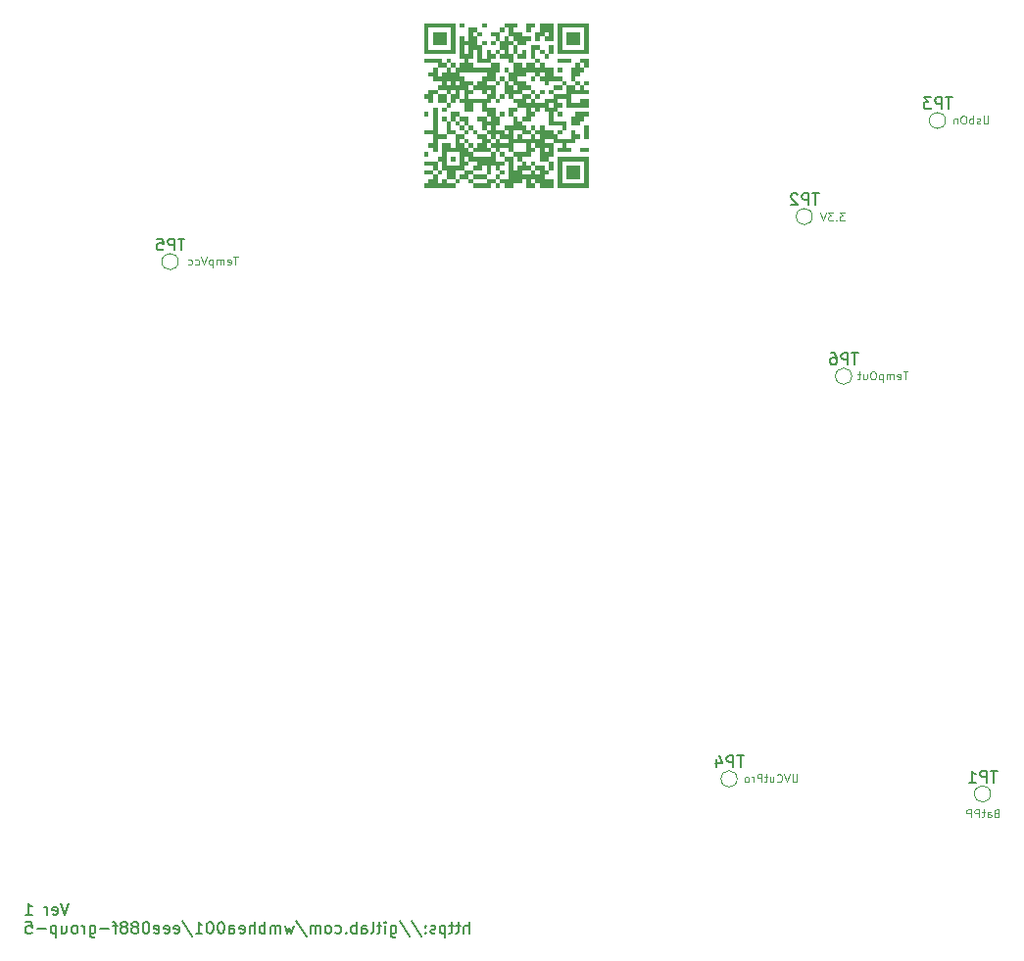
<source format=gbr>
%TF.GenerationSoftware,KiCad,Pcbnew,(6.0.2)*%
%TF.CreationDate,2022-04-04T09:51:23+02:00*%
%TF.ProjectId,main,6d61696e-2e6b-4696-9361-645f70636258,rev?*%
%TF.SameCoordinates,Original*%
%TF.FileFunction,Legend,Bot*%
%TF.FilePolarity,Positive*%
%FSLAX46Y46*%
G04 Gerber Fmt 4.6, Leading zero omitted, Abs format (unit mm)*
G04 Created by KiCad (PCBNEW (6.0.2)) date 2022-04-04 09:51:23*
%MOMM*%
%LPD*%
G01*
G04 APERTURE LIST*
%ADD10C,0.100000*%
%ADD11C,0.150000*%
%ADD12C,0.120000*%
G04 APERTURE END LIST*
D10*
X170584666Y-150064000D02*
X170484666Y-150097333D01*
X170451333Y-150130666D01*
X170418000Y-150197333D01*
X170418000Y-150297333D01*
X170451333Y-150364000D01*
X170484666Y-150397333D01*
X170551333Y-150430666D01*
X170818000Y-150430666D01*
X170818000Y-149730666D01*
X170584666Y-149730666D01*
X170518000Y-149764000D01*
X170484666Y-149797333D01*
X170451333Y-149864000D01*
X170451333Y-149930666D01*
X170484666Y-149997333D01*
X170518000Y-150030666D01*
X170584666Y-150064000D01*
X170818000Y-150064000D01*
X169818000Y-150430666D02*
X169818000Y-150064000D01*
X169851333Y-149997333D01*
X169918000Y-149964000D01*
X170051333Y-149964000D01*
X170118000Y-149997333D01*
X169818000Y-150397333D02*
X169884666Y-150430666D01*
X170051333Y-150430666D01*
X170118000Y-150397333D01*
X170151333Y-150330666D01*
X170151333Y-150264000D01*
X170118000Y-150197333D01*
X170051333Y-150164000D01*
X169884666Y-150164000D01*
X169818000Y-150130666D01*
X169584666Y-149964000D02*
X169318000Y-149964000D01*
X169484666Y-149730666D02*
X169484666Y-150330666D01*
X169451333Y-150397333D01*
X169384666Y-150430666D01*
X169318000Y-150430666D01*
X169084666Y-150430666D02*
X169084666Y-149730666D01*
X168818000Y-149730666D01*
X168751333Y-149764000D01*
X168718000Y-149797333D01*
X168684666Y-149864000D01*
X168684666Y-149964000D01*
X168718000Y-150030666D01*
X168751333Y-150064000D01*
X168818000Y-150097333D01*
X169084666Y-150097333D01*
X168384666Y-150430666D02*
X168384666Y-149730666D01*
X168118000Y-149730666D01*
X168051333Y-149764000D01*
X168018000Y-149797333D01*
X167984666Y-149864000D01*
X167984666Y-149964000D01*
X168018000Y-150030666D01*
X168051333Y-150064000D01*
X168118000Y-150097333D01*
X168384666Y-150097333D01*
X105053333Y-101978666D02*
X104653333Y-101978666D01*
X104853333Y-102678666D02*
X104853333Y-101978666D01*
X104153333Y-102645333D02*
X104220000Y-102678666D01*
X104353333Y-102678666D01*
X104420000Y-102645333D01*
X104453333Y-102578666D01*
X104453333Y-102312000D01*
X104420000Y-102245333D01*
X104353333Y-102212000D01*
X104220000Y-102212000D01*
X104153333Y-102245333D01*
X104120000Y-102312000D01*
X104120000Y-102378666D01*
X104453333Y-102445333D01*
X103820000Y-102678666D02*
X103820000Y-102212000D01*
X103820000Y-102278666D02*
X103786666Y-102245333D01*
X103720000Y-102212000D01*
X103620000Y-102212000D01*
X103553333Y-102245333D01*
X103520000Y-102312000D01*
X103520000Y-102678666D01*
X103520000Y-102312000D02*
X103486666Y-102245333D01*
X103420000Y-102212000D01*
X103320000Y-102212000D01*
X103253333Y-102245333D01*
X103220000Y-102312000D01*
X103220000Y-102678666D01*
X102886666Y-102212000D02*
X102886666Y-102912000D01*
X102886666Y-102245333D02*
X102820000Y-102212000D01*
X102686666Y-102212000D01*
X102620000Y-102245333D01*
X102586666Y-102278666D01*
X102553333Y-102345333D01*
X102553333Y-102545333D01*
X102586666Y-102612000D01*
X102620000Y-102645333D01*
X102686666Y-102678666D01*
X102820000Y-102678666D01*
X102886666Y-102645333D01*
X102353333Y-101978666D02*
X102120000Y-102678666D01*
X101886666Y-101978666D01*
X101353333Y-102645333D02*
X101420000Y-102678666D01*
X101553333Y-102678666D01*
X101620000Y-102645333D01*
X101653333Y-102612000D01*
X101686666Y-102545333D01*
X101686666Y-102345333D01*
X101653333Y-102278666D01*
X101620000Y-102245333D01*
X101553333Y-102212000D01*
X101420000Y-102212000D01*
X101353333Y-102245333D01*
X100753333Y-102645333D02*
X100820000Y-102678666D01*
X100953333Y-102678666D01*
X101020000Y-102645333D01*
X101053333Y-102612000D01*
X101086666Y-102545333D01*
X101086666Y-102345333D01*
X101053333Y-102278666D01*
X101020000Y-102245333D01*
X100953333Y-102212000D01*
X100820000Y-102212000D01*
X100753333Y-102245333D01*
X162948666Y-111884666D02*
X162548666Y-111884666D01*
X162748666Y-112584666D02*
X162748666Y-111884666D01*
X162048666Y-112551333D02*
X162115333Y-112584666D01*
X162248666Y-112584666D01*
X162315333Y-112551333D01*
X162348666Y-112484666D01*
X162348666Y-112218000D01*
X162315333Y-112151333D01*
X162248666Y-112118000D01*
X162115333Y-112118000D01*
X162048666Y-112151333D01*
X162015333Y-112218000D01*
X162015333Y-112284666D01*
X162348666Y-112351333D01*
X161715333Y-112584666D02*
X161715333Y-112118000D01*
X161715333Y-112184666D02*
X161682000Y-112151333D01*
X161615333Y-112118000D01*
X161515333Y-112118000D01*
X161448666Y-112151333D01*
X161415333Y-112218000D01*
X161415333Y-112584666D01*
X161415333Y-112218000D02*
X161382000Y-112151333D01*
X161315333Y-112118000D01*
X161215333Y-112118000D01*
X161148666Y-112151333D01*
X161115333Y-112218000D01*
X161115333Y-112584666D01*
X160782000Y-112118000D02*
X160782000Y-112818000D01*
X160782000Y-112151333D02*
X160715333Y-112118000D01*
X160582000Y-112118000D01*
X160515333Y-112151333D01*
X160482000Y-112184666D01*
X160448666Y-112251333D01*
X160448666Y-112451333D01*
X160482000Y-112518000D01*
X160515333Y-112551333D01*
X160582000Y-112584666D01*
X160715333Y-112584666D01*
X160782000Y-112551333D01*
X160015333Y-111884666D02*
X159882000Y-111884666D01*
X159815333Y-111918000D01*
X159748666Y-111984666D01*
X159715333Y-112118000D01*
X159715333Y-112351333D01*
X159748666Y-112484666D01*
X159815333Y-112551333D01*
X159882000Y-112584666D01*
X160015333Y-112584666D01*
X160082000Y-112551333D01*
X160148666Y-112484666D01*
X160182000Y-112351333D01*
X160182000Y-112118000D01*
X160148666Y-111984666D01*
X160082000Y-111918000D01*
X160015333Y-111884666D01*
X159115333Y-112118000D02*
X159115333Y-112584666D01*
X159415333Y-112118000D02*
X159415333Y-112484666D01*
X159382000Y-112551333D01*
X159315333Y-112584666D01*
X159215333Y-112584666D01*
X159148666Y-112551333D01*
X159115333Y-112518000D01*
X158882000Y-112118000D02*
X158615333Y-112118000D01*
X158782000Y-111884666D02*
X158782000Y-112484666D01*
X158748666Y-112551333D01*
X158682000Y-112584666D01*
X158615333Y-112584666D01*
X157497333Y-98168666D02*
X157064000Y-98168666D01*
X157297333Y-98435333D01*
X157197333Y-98435333D01*
X157130666Y-98468666D01*
X157097333Y-98502000D01*
X157064000Y-98568666D01*
X157064000Y-98735333D01*
X157097333Y-98802000D01*
X157130666Y-98835333D01*
X157197333Y-98868666D01*
X157397333Y-98868666D01*
X157464000Y-98835333D01*
X157497333Y-98802000D01*
X156764000Y-98802000D02*
X156730666Y-98835333D01*
X156764000Y-98868666D01*
X156797333Y-98835333D01*
X156764000Y-98802000D01*
X156764000Y-98868666D01*
X156497333Y-98168666D02*
X156064000Y-98168666D01*
X156297333Y-98435333D01*
X156197333Y-98435333D01*
X156130666Y-98468666D01*
X156097333Y-98502000D01*
X156064000Y-98568666D01*
X156064000Y-98735333D01*
X156097333Y-98802000D01*
X156130666Y-98835333D01*
X156197333Y-98868666D01*
X156397333Y-98868666D01*
X156464000Y-98835333D01*
X156497333Y-98802000D01*
X155864000Y-98168666D02*
X155630666Y-98868666D01*
X155397333Y-98168666D01*
X153380000Y-146682666D02*
X153380000Y-147249333D01*
X153346666Y-147316000D01*
X153313333Y-147349333D01*
X153246666Y-147382666D01*
X153113333Y-147382666D01*
X153046666Y-147349333D01*
X153013333Y-147316000D01*
X152980000Y-147249333D01*
X152980000Y-146682666D01*
X152746666Y-146682666D02*
X152513333Y-147382666D01*
X152280000Y-146682666D01*
X151646666Y-147316000D02*
X151680000Y-147349333D01*
X151780000Y-147382666D01*
X151846666Y-147382666D01*
X151946666Y-147349333D01*
X152013333Y-147282666D01*
X152046666Y-147216000D01*
X152080000Y-147082666D01*
X152080000Y-146982666D01*
X152046666Y-146849333D01*
X152013333Y-146782666D01*
X151946666Y-146716000D01*
X151846666Y-146682666D01*
X151780000Y-146682666D01*
X151680000Y-146716000D01*
X151646666Y-146749333D01*
X151046666Y-146916000D02*
X151046666Y-147382666D01*
X151346666Y-146916000D02*
X151346666Y-147282666D01*
X151313333Y-147349333D01*
X151246666Y-147382666D01*
X151146666Y-147382666D01*
X151080000Y-147349333D01*
X151046666Y-147316000D01*
X150813333Y-146916000D02*
X150546666Y-146916000D01*
X150713333Y-146682666D02*
X150713333Y-147282666D01*
X150680000Y-147349333D01*
X150613333Y-147382666D01*
X150546666Y-147382666D01*
X150313333Y-147382666D02*
X150313333Y-146682666D01*
X150046666Y-146682666D01*
X149980000Y-146716000D01*
X149946666Y-146749333D01*
X149913333Y-146816000D01*
X149913333Y-146916000D01*
X149946666Y-146982666D01*
X149980000Y-147016000D01*
X150046666Y-147049333D01*
X150313333Y-147049333D01*
X149613333Y-147382666D02*
X149613333Y-146916000D01*
X149613333Y-147049333D02*
X149580000Y-146982666D01*
X149546666Y-146949333D01*
X149480000Y-146916000D01*
X149413333Y-146916000D01*
X149080000Y-147382666D02*
X149146666Y-147349333D01*
X149180000Y-147316000D01*
X149213333Y-147249333D01*
X149213333Y-147049333D01*
X149180000Y-146982666D01*
X149146666Y-146949333D01*
X149080000Y-146916000D01*
X148980000Y-146916000D01*
X148913333Y-146949333D01*
X148880000Y-146982666D01*
X148846666Y-147049333D01*
X148846666Y-147249333D01*
X148880000Y-147316000D01*
X148913333Y-147349333D01*
X148980000Y-147382666D01*
X149080000Y-147382666D01*
D11*
X90449880Y-157847380D02*
X90116547Y-158847380D01*
X89783214Y-157847380D01*
X89068928Y-158799761D02*
X89164166Y-158847380D01*
X89354642Y-158847380D01*
X89449880Y-158799761D01*
X89497500Y-158704523D01*
X89497500Y-158323571D01*
X89449880Y-158228333D01*
X89354642Y-158180714D01*
X89164166Y-158180714D01*
X89068928Y-158228333D01*
X89021309Y-158323571D01*
X89021309Y-158418809D01*
X89497500Y-158514047D01*
X88592738Y-158847380D02*
X88592738Y-158180714D01*
X88592738Y-158371190D02*
X88545119Y-158275952D01*
X88497500Y-158228333D01*
X88402261Y-158180714D01*
X88307023Y-158180714D01*
X86687976Y-158847380D02*
X87259404Y-158847380D01*
X86973690Y-158847380D02*
X86973690Y-157847380D01*
X87068928Y-157990238D01*
X87164166Y-158085476D01*
X87259404Y-158133095D01*
X125021309Y-160457380D02*
X125021309Y-159457380D01*
X124592738Y-160457380D02*
X124592738Y-159933571D01*
X124640357Y-159838333D01*
X124735595Y-159790714D01*
X124878452Y-159790714D01*
X124973690Y-159838333D01*
X125021309Y-159885952D01*
X124259404Y-159790714D02*
X123878452Y-159790714D01*
X124116547Y-159457380D02*
X124116547Y-160314523D01*
X124068928Y-160409761D01*
X123973690Y-160457380D01*
X123878452Y-160457380D01*
X123687976Y-159790714D02*
X123307023Y-159790714D01*
X123545119Y-159457380D02*
X123545119Y-160314523D01*
X123497500Y-160409761D01*
X123402261Y-160457380D01*
X123307023Y-160457380D01*
X122973690Y-159790714D02*
X122973690Y-160790714D01*
X122973690Y-159838333D02*
X122878452Y-159790714D01*
X122687976Y-159790714D01*
X122592738Y-159838333D01*
X122545119Y-159885952D01*
X122497500Y-159981190D01*
X122497500Y-160266904D01*
X122545119Y-160362142D01*
X122592738Y-160409761D01*
X122687976Y-160457380D01*
X122878452Y-160457380D01*
X122973690Y-160409761D01*
X122116547Y-160409761D02*
X122021309Y-160457380D01*
X121830833Y-160457380D01*
X121735595Y-160409761D01*
X121687976Y-160314523D01*
X121687976Y-160266904D01*
X121735595Y-160171666D01*
X121830833Y-160124047D01*
X121973690Y-160124047D01*
X122068928Y-160076428D01*
X122116547Y-159981190D01*
X122116547Y-159933571D01*
X122068928Y-159838333D01*
X121973690Y-159790714D01*
X121830833Y-159790714D01*
X121735595Y-159838333D01*
X121259404Y-160362142D02*
X121211785Y-160409761D01*
X121259404Y-160457380D01*
X121307023Y-160409761D01*
X121259404Y-160362142D01*
X121259404Y-160457380D01*
X121259404Y-159838333D02*
X121211785Y-159885952D01*
X121259404Y-159933571D01*
X121307023Y-159885952D01*
X121259404Y-159838333D01*
X121259404Y-159933571D01*
X120068928Y-159409761D02*
X120926071Y-160695476D01*
X119021309Y-159409761D02*
X119878452Y-160695476D01*
X118259404Y-159790714D02*
X118259404Y-160600238D01*
X118307023Y-160695476D01*
X118354642Y-160743095D01*
X118449880Y-160790714D01*
X118592738Y-160790714D01*
X118687976Y-160743095D01*
X118259404Y-160409761D02*
X118354642Y-160457380D01*
X118545119Y-160457380D01*
X118640357Y-160409761D01*
X118687976Y-160362142D01*
X118735595Y-160266904D01*
X118735595Y-159981190D01*
X118687976Y-159885952D01*
X118640357Y-159838333D01*
X118545119Y-159790714D01*
X118354642Y-159790714D01*
X118259404Y-159838333D01*
X117783214Y-160457380D02*
X117783214Y-159790714D01*
X117783214Y-159457380D02*
X117830833Y-159505000D01*
X117783214Y-159552619D01*
X117735595Y-159505000D01*
X117783214Y-159457380D01*
X117783214Y-159552619D01*
X117449880Y-159790714D02*
X117068928Y-159790714D01*
X117307023Y-159457380D02*
X117307023Y-160314523D01*
X117259404Y-160409761D01*
X117164166Y-160457380D01*
X117068928Y-160457380D01*
X116592738Y-160457380D02*
X116687976Y-160409761D01*
X116735595Y-160314523D01*
X116735595Y-159457380D01*
X115783214Y-160457380D02*
X115783214Y-159933571D01*
X115830833Y-159838333D01*
X115926071Y-159790714D01*
X116116547Y-159790714D01*
X116211785Y-159838333D01*
X115783214Y-160409761D02*
X115878452Y-160457380D01*
X116116547Y-160457380D01*
X116211785Y-160409761D01*
X116259404Y-160314523D01*
X116259404Y-160219285D01*
X116211785Y-160124047D01*
X116116547Y-160076428D01*
X115878452Y-160076428D01*
X115783214Y-160028809D01*
X115307023Y-160457380D02*
X115307023Y-159457380D01*
X115307023Y-159838333D02*
X115211785Y-159790714D01*
X115021309Y-159790714D01*
X114926071Y-159838333D01*
X114878452Y-159885952D01*
X114830833Y-159981190D01*
X114830833Y-160266904D01*
X114878452Y-160362142D01*
X114926071Y-160409761D01*
X115021309Y-160457380D01*
X115211785Y-160457380D01*
X115307023Y-160409761D01*
X114402261Y-160362142D02*
X114354642Y-160409761D01*
X114402261Y-160457380D01*
X114449880Y-160409761D01*
X114402261Y-160362142D01*
X114402261Y-160457380D01*
X113497500Y-160409761D02*
X113592738Y-160457380D01*
X113783214Y-160457380D01*
X113878452Y-160409761D01*
X113926071Y-160362142D01*
X113973690Y-160266904D01*
X113973690Y-159981190D01*
X113926071Y-159885952D01*
X113878452Y-159838333D01*
X113783214Y-159790714D01*
X113592738Y-159790714D01*
X113497500Y-159838333D01*
X112926071Y-160457380D02*
X113021309Y-160409761D01*
X113068928Y-160362142D01*
X113116547Y-160266904D01*
X113116547Y-159981190D01*
X113068928Y-159885952D01*
X113021309Y-159838333D01*
X112926071Y-159790714D01*
X112783214Y-159790714D01*
X112687976Y-159838333D01*
X112640357Y-159885952D01*
X112592738Y-159981190D01*
X112592738Y-160266904D01*
X112640357Y-160362142D01*
X112687976Y-160409761D01*
X112783214Y-160457380D01*
X112926071Y-160457380D01*
X112164166Y-160457380D02*
X112164166Y-159790714D01*
X112164166Y-159885952D02*
X112116547Y-159838333D01*
X112021309Y-159790714D01*
X111878452Y-159790714D01*
X111783214Y-159838333D01*
X111735595Y-159933571D01*
X111735595Y-160457380D01*
X111735595Y-159933571D02*
X111687976Y-159838333D01*
X111592738Y-159790714D01*
X111449880Y-159790714D01*
X111354642Y-159838333D01*
X111307023Y-159933571D01*
X111307023Y-160457380D01*
X110116547Y-159409761D02*
X110973690Y-160695476D01*
X109878452Y-159790714D02*
X109687976Y-160457380D01*
X109497500Y-159981190D01*
X109307023Y-160457380D01*
X109116547Y-159790714D01*
X108735595Y-160457380D02*
X108735595Y-159790714D01*
X108735595Y-159885952D02*
X108687976Y-159838333D01*
X108592738Y-159790714D01*
X108449880Y-159790714D01*
X108354642Y-159838333D01*
X108307023Y-159933571D01*
X108307023Y-160457380D01*
X108307023Y-159933571D02*
X108259404Y-159838333D01*
X108164166Y-159790714D01*
X108021309Y-159790714D01*
X107926071Y-159838333D01*
X107878452Y-159933571D01*
X107878452Y-160457380D01*
X107402261Y-160457380D02*
X107402261Y-159457380D01*
X107402261Y-159838333D02*
X107307023Y-159790714D01*
X107116547Y-159790714D01*
X107021309Y-159838333D01*
X106973690Y-159885952D01*
X106926071Y-159981190D01*
X106926071Y-160266904D01*
X106973690Y-160362142D01*
X107021309Y-160409761D01*
X107116547Y-160457380D01*
X107307023Y-160457380D01*
X107402261Y-160409761D01*
X106497500Y-160457380D02*
X106497500Y-159457380D01*
X106068928Y-160457380D02*
X106068928Y-159933571D01*
X106116547Y-159838333D01*
X106211785Y-159790714D01*
X106354642Y-159790714D01*
X106449880Y-159838333D01*
X106497500Y-159885952D01*
X105211785Y-160409761D02*
X105307023Y-160457380D01*
X105497500Y-160457380D01*
X105592738Y-160409761D01*
X105640357Y-160314523D01*
X105640357Y-159933571D01*
X105592738Y-159838333D01*
X105497500Y-159790714D01*
X105307023Y-159790714D01*
X105211785Y-159838333D01*
X105164166Y-159933571D01*
X105164166Y-160028809D01*
X105640357Y-160124047D01*
X104307023Y-160457380D02*
X104307023Y-159933571D01*
X104354642Y-159838333D01*
X104449880Y-159790714D01*
X104640357Y-159790714D01*
X104735595Y-159838333D01*
X104307023Y-160409761D02*
X104402261Y-160457380D01*
X104640357Y-160457380D01*
X104735595Y-160409761D01*
X104783214Y-160314523D01*
X104783214Y-160219285D01*
X104735595Y-160124047D01*
X104640357Y-160076428D01*
X104402261Y-160076428D01*
X104307023Y-160028809D01*
X103640357Y-159457380D02*
X103545119Y-159457380D01*
X103449880Y-159505000D01*
X103402261Y-159552619D01*
X103354642Y-159647857D01*
X103307023Y-159838333D01*
X103307023Y-160076428D01*
X103354642Y-160266904D01*
X103402261Y-160362142D01*
X103449880Y-160409761D01*
X103545119Y-160457380D01*
X103640357Y-160457380D01*
X103735595Y-160409761D01*
X103783214Y-160362142D01*
X103830833Y-160266904D01*
X103878452Y-160076428D01*
X103878452Y-159838333D01*
X103830833Y-159647857D01*
X103783214Y-159552619D01*
X103735595Y-159505000D01*
X103640357Y-159457380D01*
X102687976Y-159457380D02*
X102592738Y-159457380D01*
X102497500Y-159505000D01*
X102449880Y-159552619D01*
X102402261Y-159647857D01*
X102354642Y-159838333D01*
X102354642Y-160076428D01*
X102402261Y-160266904D01*
X102449880Y-160362142D01*
X102497500Y-160409761D01*
X102592738Y-160457380D01*
X102687976Y-160457380D01*
X102783214Y-160409761D01*
X102830833Y-160362142D01*
X102878452Y-160266904D01*
X102926071Y-160076428D01*
X102926071Y-159838333D01*
X102878452Y-159647857D01*
X102830833Y-159552619D01*
X102783214Y-159505000D01*
X102687976Y-159457380D01*
X101402261Y-160457380D02*
X101973690Y-160457380D01*
X101687976Y-160457380D02*
X101687976Y-159457380D01*
X101783214Y-159600238D01*
X101878452Y-159695476D01*
X101973690Y-159743095D01*
X100259404Y-159409761D02*
X101116547Y-160695476D01*
X99545119Y-160409761D02*
X99640357Y-160457380D01*
X99830833Y-160457380D01*
X99926071Y-160409761D01*
X99973690Y-160314523D01*
X99973690Y-159933571D01*
X99926071Y-159838333D01*
X99830833Y-159790714D01*
X99640357Y-159790714D01*
X99545119Y-159838333D01*
X99497500Y-159933571D01*
X99497500Y-160028809D01*
X99973690Y-160124047D01*
X98687976Y-160409761D02*
X98783214Y-160457380D01*
X98973690Y-160457380D01*
X99068928Y-160409761D01*
X99116547Y-160314523D01*
X99116547Y-159933571D01*
X99068928Y-159838333D01*
X98973690Y-159790714D01*
X98783214Y-159790714D01*
X98687976Y-159838333D01*
X98640357Y-159933571D01*
X98640357Y-160028809D01*
X99116547Y-160124047D01*
X97830833Y-160409761D02*
X97926071Y-160457380D01*
X98116547Y-160457380D01*
X98211785Y-160409761D01*
X98259404Y-160314523D01*
X98259404Y-159933571D01*
X98211785Y-159838333D01*
X98116547Y-159790714D01*
X97926071Y-159790714D01*
X97830833Y-159838333D01*
X97783214Y-159933571D01*
X97783214Y-160028809D01*
X98259404Y-160124047D01*
X97164166Y-159457380D02*
X97068928Y-159457380D01*
X96973690Y-159505000D01*
X96926071Y-159552619D01*
X96878452Y-159647857D01*
X96830833Y-159838333D01*
X96830833Y-160076428D01*
X96878452Y-160266904D01*
X96926071Y-160362142D01*
X96973690Y-160409761D01*
X97068928Y-160457380D01*
X97164166Y-160457380D01*
X97259404Y-160409761D01*
X97307023Y-160362142D01*
X97354642Y-160266904D01*
X97402261Y-160076428D01*
X97402261Y-159838333D01*
X97354642Y-159647857D01*
X97307023Y-159552619D01*
X97259404Y-159505000D01*
X97164166Y-159457380D01*
X96259404Y-159885952D02*
X96354642Y-159838333D01*
X96402261Y-159790714D01*
X96449880Y-159695476D01*
X96449880Y-159647857D01*
X96402261Y-159552619D01*
X96354642Y-159505000D01*
X96259404Y-159457380D01*
X96068928Y-159457380D01*
X95973690Y-159505000D01*
X95926071Y-159552619D01*
X95878452Y-159647857D01*
X95878452Y-159695476D01*
X95926071Y-159790714D01*
X95973690Y-159838333D01*
X96068928Y-159885952D01*
X96259404Y-159885952D01*
X96354642Y-159933571D01*
X96402261Y-159981190D01*
X96449880Y-160076428D01*
X96449880Y-160266904D01*
X96402261Y-160362142D01*
X96354642Y-160409761D01*
X96259404Y-160457380D01*
X96068928Y-160457380D01*
X95973690Y-160409761D01*
X95926071Y-160362142D01*
X95878452Y-160266904D01*
X95878452Y-160076428D01*
X95926071Y-159981190D01*
X95973690Y-159933571D01*
X96068928Y-159885952D01*
X95307023Y-159885952D02*
X95402261Y-159838333D01*
X95449880Y-159790714D01*
X95497500Y-159695476D01*
X95497500Y-159647857D01*
X95449880Y-159552619D01*
X95402261Y-159505000D01*
X95307023Y-159457380D01*
X95116547Y-159457380D01*
X95021309Y-159505000D01*
X94973690Y-159552619D01*
X94926071Y-159647857D01*
X94926071Y-159695476D01*
X94973690Y-159790714D01*
X95021309Y-159838333D01*
X95116547Y-159885952D01*
X95307023Y-159885952D01*
X95402261Y-159933571D01*
X95449880Y-159981190D01*
X95497500Y-160076428D01*
X95497500Y-160266904D01*
X95449880Y-160362142D01*
X95402261Y-160409761D01*
X95307023Y-160457380D01*
X95116547Y-160457380D01*
X95021309Y-160409761D01*
X94973690Y-160362142D01*
X94926071Y-160266904D01*
X94926071Y-160076428D01*
X94973690Y-159981190D01*
X95021309Y-159933571D01*
X95116547Y-159885952D01*
X94640357Y-159790714D02*
X94259404Y-159790714D01*
X94497500Y-160457380D02*
X94497500Y-159600238D01*
X94449880Y-159505000D01*
X94354642Y-159457380D01*
X94259404Y-159457380D01*
X93926071Y-160076428D02*
X93164166Y-160076428D01*
X92259404Y-159790714D02*
X92259404Y-160600238D01*
X92307023Y-160695476D01*
X92354642Y-160743095D01*
X92449880Y-160790714D01*
X92592738Y-160790714D01*
X92687976Y-160743095D01*
X92259404Y-160409761D02*
X92354642Y-160457380D01*
X92545119Y-160457380D01*
X92640357Y-160409761D01*
X92687976Y-160362142D01*
X92735595Y-160266904D01*
X92735595Y-159981190D01*
X92687976Y-159885952D01*
X92640357Y-159838333D01*
X92545119Y-159790714D01*
X92354642Y-159790714D01*
X92259404Y-159838333D01*
X91783214Y-160457380D02*
X91783214Y-159790714D01*
X91783214Y-159981190D02*
X91735595Y-159885952D01*
X91687976Y-159838333D01*
X91592738Y-159790714D01*
X91497500Y-159790714D01*
X91021309Y-160457380D02*
X91116547Y-160409761D01*
X91164166Y-160362142D01*
X91211785Y-160266904D01*
X91211785Y-159981190D01*
X91164166Y-159885952D01*
X91116547Y-159838333D01*
X91021309Y-159790714D01*
X90878452Y-159790714D01*
X90783214Y-159838333D01*
X90735595Y-159885952D01*
X90687976Y-159981190D01*
X90687976Y-160266904D01*
X90735595Y-160362142D01*
X90783214Y-160409761D01*
X90878452Y-160457380D01*
X91021309Y-160457380D01*
X89830833Y-159790714D02*
X89830833Y-160457380D01*
X90259404Y-159790714D02*
X90259404Y-160314523D01*
X90211785Y-160409761D01*
X90116547Y-160457380D01*
X89973690Y-160457380D01*
X89878452Y-160409761D01*
X89830833Y-160362142D01*
X89354642Y-159790714D02*
X89354642Y-160790714D01*
X89354642Y-159838333D02*
X89259404Y-159790714D01*
X89068928Y-159790714D01*
X88973690Y-159838333D01*
X88926071Y-159885952D01*
X88878452Y-159981190D01*
X88878452Y-160266904D01*
X88926071Y-160362142D01*
X88973690Y-160409761D01*
X89068928Y-160457380D01*
X89259404Y-160457380D01*
X89354642Y-160409761D01*
X88449880Y-160076428D02*
X87687976Y-160076428D01*
X86735595Y-159457380D02*
X87211785Y-159457380D01*
X87259404Y-159933571D01*
X87211785Y-159885952D01*
X87116547Y-159838333D01*
X86878452Y-159838333D01*
X86783214Y-159885952D01*
X86735595Y-159933571D01*
X86687976Y-160028809D01*
X86687976Y-160266904D01*
X86735595Y-160362142D01*
X86783214Y-160409761D01*
X86878452Y-160457380D01*
X87116547Y-160457380D01*
X87211785Y-160409761D01*
X87259404Y-160362142D01*
D10*
X169885333Y-89786666D02*
X169885333Y-90353333D01*
X169852000Y-90420000D01*
X169818666Y-90453333D01*
X169752000Y-90486666D01*
X169618666Y-90486666D01*
X169552000Y-90453333D01*
X169518666Y-90420000D01*
X169485333Y-90353333D01*
X169485333Y-89786666D01*
X169185333Y-90453333D02*
X169118666Y-90486666D01*
X168985333Y-90486666D01*
X168918666Y-90453333D01*
X168885333Y-90386666D01*
X168885333Y-90353333D01*
X168918666Y-90286666D01*
X168985333Y-90253333D01*
X169085333Y-90253333D01*
X169152000Y-90220000D01*
X169185333Y-90153333D01*
X169185333Y-90120000D01*
X169152000Y-90053333D01*
X169085333Y-90020000D01*
X168985333Y-90020000D01*
X168918666Y-90053333D01*
X168585333Y-90486666D02*
X168585333Y-89786666D01*
X168585333Y-90053333D02*
X168518666Y-90020000D01*
X168385333Y-90020000D01*
X168318666Y-90053333D01*
X168285333Y-90086666D01*
X168252000Y-90153333D01*
X168252000Y-90353333D01*
X168285333Y-90420000D01*
X168318666Y-90453333D01*
X168385333Y-90486666D01*
X168518666Y-90486666D01*
X168585333Y-90453333D01*
X167818666Y-89786666D02*
X167685333Y-89786666D01*
X167618666Y-89820000D01*
X167552000Y-89886666D01*
X167518666Y-90020000D01*
X167518666Y-90253333D01*
X167552000Y-90386666D01*
X167618666Y-90453333D01*
X167685333Y-90486666D01*
X167818666Y-90486666D01*
X167885333Y-90453333D01*
X167952000Y-90386666D01*
X167985333Y-90253333D01*
X167985333Y-90020000D01*
X167952000Y-89886666D01*
X167885333Y-89820000D01*
X167818666Y-89786666D01*
X167218666Y-90020000D02*
X167218666Y-90486666D01*
X167218666Y-90086666D02*
X167185333Y-90053333D01*
X167118666Y-90020000D01*
X167018666Y-90020000D01*
X166952000Y-90053333D01*
X166918666Y-90120000D01*
X166918666Y-90486666D01*
D11*
%TO.C,TP2*%
X155261904Y-96504380D02*
X154690476Y-96504380D01*
X154976190Y-97504380D02*
X154976190Y-96504380D01*
X154357142Y-97504380D02*
X154357142Y-96504380D01*
X153976190Y-96504380D01*
X153880952Y-96552000D01*
X153833333Y-96599619D01*
X153785714Y-96694857D01*
X153785714Y-96837714D01*
X153833333Y-96932952D01*
X153880952Y-96980571D01*
X153976190Y-97028190D01*
X154357142Y-97028190D01*
X153404761Y-96599619D02*
X153357142Y-96552000D01*
X153261904Y-96504380D01*
X153023809Y-96504380D01*
X152928571Y-96552000D01*
X152880952Y-96599619D01*
X152833333Y-96694857D01*
X152833333Y-96790095D01*
X152880952Y-96932952D01*
X153452380Y-97504380D01*
X152833333Y-97504380D01*
%TO.C,TP6*%
X158661904Y-110304380D02*
X158090476Y-110304380D01*
X158376190Y-111304380D02*
X158376190Y-110304380D01*
X157757142Y-111304380D02*
X157757142Y-110304380D01*
X157376190Y-110304380D01*
X157280952Y-110352000D01*
X157233333Y-110399619D01*
X157185714Y-110494857D01*
X157185714Y-110637714D01*
X157233333Y-110732952D01*
X157280952Y-110780571D01*
X157376190Y-110828190D01*
X157757142Y-110828190D01*
X156328571Y-110304380D02*
X156519047Y-110304380D01*
X156614285Y-110352000D01*
X156661904Y-110399619D01*
X156757142Y-110542476D01*
X156804761Y-110732952D01*
X156804761Y-111113904D01*
X156757142Y-111209142D01*
X156709523Y-111256761D01*
X156614285Y-111304380D01*
X156423809Y-111304380D01*
X156328571Y-111256761D01*
X156280952Y-111209142D01*
X156233333Y-111113904D01*
X156233333Y-110875809D01*
X156280952Y-110780571D01*
X156328571Y-110732952D01*
X156423809Y-110685333D01*
X156614285Y-110685333D01*
X156709523Y-110732952D01*
X156757142Y-110780571D01*
X156804761Y-110875809D01*
%TO.C,TP1*%
X170661904Y-146404380D02*
X170090476Y-146404380D01*
X170376190Y-147404380D02*
X170376190Y-146404380D01*
X169757142Y-147404380D02*
X169757142Y-146404380D01*
X169376190Y-146404380D01*
X169280952Y-146452000D01*
X169233333Y-146499619D01*
X169185714Y-146594857D01*
X169185714Y-146737714D01*
X169233333Y-146832952D01*
X169280952Y-146880571D01*
X169376190Y-146928190D01*
X169757142Y-146928190D01*
X168233333Y-147404380D02*
X168804761Y-147404380D01*
X168519047Y-147404380D02*
X168519047Y-146404380D01*
X168614285Y-146547238D01*
X168709523Y-146642476D01*
X168804761Y-146690095D01*
%TO.C,TP5*%
X100461904Y-100404380D02*
X99890476Y-100404380D01*
X100176190Y-101404380D02*
X100176190Y-100404380D01*
X99557142Y-101404380D02*
X99557142Y-100404380D01*
X99176190Y-100404380D01*
X99080952Y-100452000D01*
X99033333Y-100499619D01*
X98985714Y-100594857D01*
X98985714Y-100737714D01*
X99033333Y-100832952D01*
X99080952Y-100880571D01*
X99176190Y-100928190D01*
X99557142Y-100928190D01*
X98080952Y-100404380D02*
X98557142Y-100404380D01*
X98604761Y-100880571D01*
X98557142Y-100832952D01*
X98461904Y-100785333D01*
X98223809Y-100785333D01*
X98128571Y-100832952D01*
X98080952Y-100880571D01*
X98033333Y-100975809D01*
X98033333Y-101213904D01*
X98080952Y-101309142D01*
X98128571Y-101356761D01*
X98223809Y-101404380D01*
X98461904Y-101404380D01*
X98557142Y-101356761D01*
X98604761Y-101309142D01*
%TO.C,TP3*%
X166761904Y-88204380D02*
X166190476Y-88204380D01*
X166476190Y-89204380D02*
X166476190Y-88204380D01*
X165857142Y-89204380D02*
X165857142Y-88204380D01*
X165476190Y-88204380D01*
X165380952Y-88252000D01*
X165333333Y-88299619D01*
X165285714Y-88394857D01*
X165285714Y-88537714D01*
X165333333Y-88632952D01*
X165380952Y-88680571D01*
X165476190Y-88728190D01*
X165857142Y-88728190D01*
X164952380Y-88204380D02*
X164333333Y-88204380D01*
X164666666Y-88585333D01*
X164523809Y-88585333D01*
X164428571Y-88632952D01*
X164380952Y-88680571D01*
X164333333Y-88775809D01*
X164333333Y-89013904D01*
X164380952Y-89109142D01*
X164428571Y-89156761D01*
X164523809Y-89204380D01*
X164809523Y-89204380D01*
X164904761Y-89156761D01*
X164952380Y-89109142D01*
%TO.C,TP4*%
X148761904Y-145104380D02*
X148190476Y-145104380D01*
X148476190Y-146104380D02*
X148476190Y-145104380D01*
X147857142Y-146104380D02*
X147857142Y-145104380D01*
X147476190Y-145104380D01*
X147380952Y-145152000D01*
X147333333Y-145199619D01*
X147285714Y-145294857D01*
X147285714Y-145437714D01*
X147333333Y-145532952D01*
X147380952Y-145580571D01*
X147476190Y-145628190D01*
X147857142Y-145628190D01*
X146428571Y-145437714D02*
X146428571Y-146104380D01*
X146666666Y-145056761D02*
X146904761Y-145771047D01*
X146285714Y-145771047D01*
D12*
%TO.C,TP2*%
X154700000Y-98500000D02*
G75*
G03*
X154700000Y-98500000I-700000J0D01*
G01*
%TO.C,TP6*%
X158100000Y-112300000D02*
G75*
G03*
X158100000Y-112300000I-700000J0D01*
G01*
%TO.C,G\u002A\u002A\u002A*%
G36*
X131930720Y-82553751D02*
G01*
X131540644Y-82553751D01*
X131540644Y-82943828D01*
X131150567Y-82943828D01*
X131150567Y-83318902D01*
X130775493Y-83318902D01*
X130775493Y-82553751D01*
X131150567Y-82553751D01*
X131150567Y-81788600D01*
X132305794Y-81788600D01*
X132305794Y-83318902D01*
X131540644Y-83318902D01*
X131540644Y-82943828D01*
X131930720Y-82943828D01*
X131930720Y-82553751D01*
G37*
G36*
X128074961Y-89860189D02*
G01*
X127699888Y-89860189D01*
X127699888Y-89470112D01*
X128074961Y-89470112D01*
X128074961Y-89860189D01*
G37*
G36*
X127699888Y-87174661D02*
G01*
X127309811Y-87174661D01*
X127309811Y-86784584D01*
X127699888Y-86784584D01*
X127699888Y-87174661D01*
G37*
G36*
X121158600Y-84474129D02*
G01*
X121158600Y-84084052D01*
X121533674Y-84084052D01*
X123454052Y-84084052D01*
X123454052Y-82163674D01*
X121533674Y-82163674D01*
X121533674Y-84084052D01*
X121158600Y-84084052D01*
X121158600Y-81788600D01*
X123844129Y-81788600D01*
X123844129Y-84474129D01*
X121158600Y-84474129D01*
G37*
G36*
X135381400Y-89860189D02*
G01*
X135006326Y-89860189D01*
X135006326Y-90250266D01*
X134616249Y-90250266D01*
X134616249Y-90625340D01*
X133851098Y-90625340D01*
X133851098Y-89860189D01*
X134226172Y-89860189D01*
X134226172Y-89470112D01*
X135381400Y-89470112D01*
X135381400Y-89860189D01*
G37*
G36*
X132305794Y-84474129D02*
G01*
X131930720Y-84474129D01*
X131930720Y-83708978D01*
X132305794Y-83708978D01*
X132305794Y-84474129D01*
G37*
G36*
X125389433Y-92560721D02*
G01*
X124999356Y-92560721D01*
X124999356Y-92170644D01*
X125389433Y-92170644D01*
X125389433Y-92560721D01*
G37*
G36*
X133085948Y-87549734D02*
G01*
X132305794Y-87549734D01*
X132305794Y-87174661D01*
X133085948Y-87174661D01*
X133085948Y-87549734D01*
G37*
G36*
X133085948Y-89860189D02*
G01*
X132695871Y-89860189D01*
X132695871Y-89470112D01*
X133085948Y-89470112D01*
X133085948Y-89860189D01*
G37*
G36*
X131540644Y-84474129D02*
G01*
X131150567Y-84474129D01*
X131150567Y-84084052D01*
X131540644Y-84084052D01*
X131540644Y-84474129D01*
G37*
G36*
X127309811Y-83708978D02*
G01*
X126919734Y-83708978D01*
X126919734Y-83318902D01*
X127309811Y-83318902D01*
X127309811Y-83708978D01*
G37*
G36*
X122313827Y-91405493D02*
G01*
X123078978Y-91405493D01*
X123078978Y-91780567D01*
X122313827Y-91780567D01*
X122313827Y-92935795D01*
X121923751Y-92935795D01*
X121923751Y-92560721D01*
X121533674Y-92560721D01*
X121533674Y-92170644D01*
X121923751Y-92170644D01*
X121923751Y-91405493D01*
X121158600Y-91405493D01*
X121158600Y-91015417D01*
X121923751Y-91015417D01*
X121923751Y-89095039D01*
X122313827Y-89095039D01*
X122313827Y-91405493D01*
G37*
G36*
X128074961Y-86784584D02*
G01*
X127699888Y-86784584D01*
X127699888Y-86394507D01*
X128074961Y-86394507D01*
X128074961Y-86784584D01*
G37*
G36*
X127699888Y-88704962D02*
G01*
X127309811Y-88704962D01*
X127309811Y-88329888D01*
X127699888Y-88329888D01*
X127699888Y-88704962D01*
G37*
G36*
X128074961Y-94856173D02*
G01*
X127699888Y-94856173D01*
X127699888Y-94481099D01*
X128074961Y-94481099D01*
X128074961Y-94856173D01*
G37*
G36*
X127699888Y-95246249D02*
G01*
X127309811Y-95246249D01*
X127309811Y-94856173D01*
X127699888Y-94856173D01*
X127699888Y-95246249D01*
G37*
G36*
X123078978Y-90250266D02*
G01*
X122688901Y-90250266D01*
X122688901Y-89860189D01*
X123078978Y-89860189D01*
X123078978Y-90250266D01*
G37*
G36*
X124999356Y-91405493D02*
G01*
X124609279Y-91405493D01*
X124609279Y-91015417D01*
X124999356Y-91015417D01*
X124999356Y-91405493D01*
G37*
G36*
X122313827Y-87939811D02*
G01*
X121923751Y-87939811D01*
X121923751Y-88704962D01*
X121533674Y-88704962D01*
X121533674Y-88329888D01*
X121158600Y-88329888D01*
X121158600Y-87939811D01*
X121533674Y-87939811D01*
X121533674Y-87549734D01*
X122313827Y-87549734D01*
X122313827Y-87939811D01*
G37*
G36*
X135381400Y-91780567D02*
G01*
X135006326Y-91780567D01*
X135006326Y-90625340D01*
X135381400Y-90625340D01*
X135381400Y-91780567D01*
G37*
G36*
X131540644Y-85239280D02*
G01*
X131540644Y-85629356D01*
X132305794Y-85629356D01*
X132305794Y-86394507D01*
X133085948Y-86394507D01*
X133085948Y-86784584D01*
X131930720Y-86784584D01*
X131930720Y-87174661D01*
X131540644Y-87174661D01*
X131540644Y-86784584D01*
X131150567Y-86784584D01*
X131150567Y-86394507D01*
X131540644Y-86394507D01*
X131540644Y-86019433D01*
X131150567Y-86019433D01*
X131150567Y-86394507D01*
X130775493Y-86394507D01*
X130775493Y-86019433D01*
X129995339Y-86019433D01*
X129995339Y-86394507D01*
X129230189Y-86394507D01*
X129230189Y-86784584D01*
X129995339Y-86784584D01*
X129995339Y-87174661D01*
X130385416Y-87174661D01*
X130385416Y-87549734D01*
X129620266Y-87549734D01*
X129620266Y-87939811D01*
X128840112Y-87939811D01*
X128840112Y-88329888D01*
X129620266Y-88329888D01*
X129620266Y-87939811D01*
X130385416Y-87939811D01*
X130385416Y-88329888D01*
X130775493Y-88329888D01*
X130775493Y-88704962D01*
X131540644Y-88704962D01*
X131540644Y-88329888D01*
X132305794Y-88329888D01*
X132305794Y-87939811D01*
X133461022Y-87939811D01*
X133461022Y-87174661D01*
X133085948Y-87174661D01*
X133085948Y-86784584D01*
X133461022Y-86784584D01*
X133461022Y-87174661D01*
X134226172Y-87174661D01*
X134226172Y-86784584D01*
X134616249Y-86784584D01*
X134616249Y-87174661D01*
X134226172Y-87174661D01*
X134226172Y-87549734D01*
X134616249Y-87549734D01*
X134616249Y-87174661D01*
X135006326Y-87174661D01*
X135006326Y-87549734D01*
X135381400Y-87549734D01*
X135381400Y-87939811D01*
X133851098Y-87939811D01*
X133851098Y-88704962D01*
X134616249Y-88704962D01*
X134616249Y-88329888D01*
X135381400Y-88329888D01*
X135381400Y-89095039D01*
X133461022Y-89095039D01*
X133461022Y-88329888D01*
X132695871Y-88329888D01*
X132695871Y-88704962D01*
X133085948Y-88704962D01*
X133085948Y-89095039D01*
X132695871Y-89095039D01*
X132695871Y-89470112D01*
X132305794Y-89470112D01*
X132305794Y-90250266D01*
X133461022Y-90250266D01*
X133461022Y-91015417D01*
X133085948Y-91015417D01*
X133085948Y-90625340D01*
X131930720Y-90625340D01*
X131930720Y-89470112D01*
X131540644Y-89470112D01*
X131540644Y-89095039D01*
X131930720Y-89095039D01*
X132305794Y-89095039D01*
X132305794Y-88704962D01*
X131930720Y-88704962D01*
X131930720Y-89095039D01*
X131540644Y-89095039D01*
X131150567Y-89095039D01*
X131150567Y-89470112D01*
X130775493Y-89470112D01*
X130775493Y-89095039D01*
X130385416Y-89095039D01*
X130385416Y-89470112D01*
X130775493Y-89470112D01*
X130775493Y-89860189D01*
X130385416Y-89860189D01*
X130385416Y-90250266D01*
X129620266Y-90250266D01*
X129620266Y-90625340D01*
X129995339Y-90625340D01*
X129995339Y-91015417D01*
X130385416Y-91015417D01*
X130385416Y-91405493D01*
X130775493Y-91405493D01*
X130775493Y-91015417D01*
X131150567Y-91015417D01*
X131150567Y-90625340D01*
X131540644Y-90625340D01*
X131540644Y-91015417D01*
X132305794Y-91015417D01*
X132305794Y-91405493D01*
X132695871Y-91405493D01*
X132695871Y-91015417D01*
X133085948Y-91015417D01*
X133085948Y-91405493D01*
X132695871Y-91405493D01*
X132695871Y-91780567D01*
X133851098Y-91780567D01*
X133851098Y-91015417D01*
X134226172Y-91015417D01*
X134226172Y-91405493D01*
X134616249Y-91405493D01*
X134616249Y-91780567D01*
X134226172Y-91780567D01*
X134226172Y-92170644D01*
X133461022Y-92170644D01*
X133461022Y-92560721D01*
X133851098Y-92560721D01*
X133851098Y-92935795D01*
X132695871Y-92935795D01*
X132695871Y-92560721D01*
X133085948Y-92560721D01*
X133085948Y-92170644D01*
X132305794Y-92170644D01*
X132305794Y-91780567D01*
X131540644Y-91780567D01*
X131540644Y-92170644D01*
X132305794Y-92170644D01*
X132305794Y-93325871D01*
X131930720Y-93325871D01*
X131930720Y-93715948D01*
X132305794Y-93715948D01*
X132305794Y-94481099D01*
X131930720Y-94481099D01*
X131930720Y-93715948D01*
X131150567Y-93715948D01*
X131150567Y-92935795D01*
X131540644Y-92935795D01*
X131930720Y-92935795D01*
X131930720Y-92560721D01*
X131540644Y-92560721D01*
X131540644Y-92935795D01*
X131150567Y-92935795D01*
X131150567Y-92560721D01*
X130775493Y-92560721D01*
X130775493Y-92170644D01*
X130385416Y-92170644D01*
X130385416Y-92560721D01*
X130775493Y-92560721D01*
X130775493Y-92935795D01*
X130385416Y-92935795D01*
X130385416Y-93325871D01*
X129620266Y-93325871D01*
X129620266Y-93715948D01*
X129995339Y-93715948D01*
X129995339Y-94091022D01*
X130385416Y-94091022D01*
X130385416Y-94481099D01*
X130775493Y-94481099D01*
X130775493Y-94091022D01*
X131540644Y-94091022D01*
X131540644Y-94481099D01*
X131930720Y-94481099D01*
X131930720Y-94856173D01*
X131540644Y-94856173D01*
X131540644Y-95246249D01*
X132305794Y-95246249D01*
X132305794Y-96011400D01*
X131150567Y-96011400D01*
X131150567Y-95636326D01*
X130775493Y-95636326D01*
X130775493Y-95246249D01*
X130385416Y-95246249D01*
X130385416Y-95636326D01*
X130775493Y-95636326D01*
X130775493Y-96011400D01*
X129995339Y-96011400D01*
X129995339Y-95246249D01*
X129620266Y-95246249D01*
X129620266Y-95636326D01*
X128840112Y-95636326D01*
X128840112Y-96011400D01*
X128074961Y-96011400D01*
X128074961Y-95636326D01*
X127699888Y-95636326D01*
X127699888Y-96011400D01*
X127309811Y-96011400D01*
X127309811Y-95636326D01*
X126919734Y-95636326D01*
X126919734Y-96011400D01*
X125389433Y-96011400D01*
X125389433Y-95636326D01*
X124999356Y-95636326D01*
X124999356Y-95246249D01*
X125389433Y-95246249D01*
X125389433Y-95636326D01*
X126544660Y-95636326D01*
X126544660Y-95246249D01*
X127309811Y-95246249D01*
X127309811Y-95636326D01*
X127699888Y-95636326D01*
X127699888Y-95246249D01*
X128465038Y-95246249D01*
X128465038Y-94856173D01*
X129620266Y-94856173D01*
X130385416Y-94856173D01*
X130775493Y-94856173D01*
X131150567Y-94856173D01*
X131150567Y-94481099D01*
X130775493Y-94481099D01*
X130775493Y-94856173D01*
X130385416Y-94856173D01*
X130385416Y-94481099D01*
X129620266Y-94481099D01*
X129620266Y-94856173D01*
X128465038Y-94856173D01*
X128465038Y-94481099D01*
X128840112Y-94481099D01*
X129230189Y-94481099D01*
X129230189Y-94091022D01*
X129620266Y-94091022D01*
X129620266Y-93715948D01*
X129230189Y-93715948D01*
X129230189Y-93325871D01*
X128840112Y-93325871D01*
X128840112Y-94481099D01*
X128465038Y-94481099D01*
X128465038Y-93715948D01*
X128074961Y-93715948D01*
X128074961Y-94091022D01*
X127699888Y-94091022D01*
X127699888Y-94481099D01*
X127309811Y-94481099D01*
X127309811Y-94091022D01*
X126919734Y-94091022D01*
X126919734Y-94856173D01*
X126544660Y-94856173D01*
X126544660Y-94091022D01*
X126154583Y-94091022D01*
X126154583Y-94481099D01*
X125389433Y-94481099D01*
X125389433Y-94856173D01*
X124999356Y-94856173D01*
X124999356Y-95246249D01*
X124234205Y-95246249D01*
X124234205Y-95636326D01*
X123844129Y-95636326D01*
X123844129Y-95246249D01*
X124234205Y-95246249D01*
X124234205Y-94856173D01*
X124609279Y-94856173D01*
X124609279Y-94481099D01*
X125389433Y-94481099D01*
X125389433Y-94091022D01*
X125764507Y-94091022D01*
X125764507Y-93715948D01*
X124999356Y-93715948D01*
X124999356Y-93325871D01*
X125389433Y-93325871D01*
X126919734Y-93325871D01*
X126919734Y-92935795D01*
X127309811Y-92935795D01*
X127309811Y-93715948D01*
X128074961Y-93715948D01*
X128074961Y-93325871D01*
X128840112Y-93325871D01*
X128840112Y-92935795D01*
X129995339Y-92935795D01*
X129995339Y-92170644D01*
X128840112Y-92170644D01*
X128840112Y-92935795D01*
X128465038Y-92935795D01*
X128465038Y-92560721D01*
X127699888Y-92560721D01*
X127699888Y-92935795D01*
X127309811Y-92935795D01*
X127309811Y-92560721D01*
X126919734Y-92560721D01*
X126919734Y-92170644D01*
X126544660Y-92170644D01*
X126544660Y-92560721D01*
X126919734Y-92560721D01*
X126919734Y-92935795D01*
X125389433Y-92935795D01*
X125389433Y-93325871D01*
X124999356Y-93325871D01*
X124609279Y-93325871D01*
X124609279Y-93715948D01*
X124999356Y-93715948D01*
X124999356Y-94091022D01*
X124609279Y-94091022D01*
X124609279Y-94481099D01*
X123844129Y-94481099D01*
X123844129Y-95246249D01*
X123078978Y-95246249D01*
X123078978Y-94481099D01*
X122688901Y-94481099D01*
X122688901Y-94091022D01*
X123078978Y-94091022D01*
X124234205Y-94091022D01*
X124234205Y-92935795D01*
X123078978Y-92935795D01*
X123078978Y-94091022D01*
X122688901Y-94091022D01*
X122688901Y-93715948D01*
X122313827Y-93715948D01*
X122313827Y-93325871D01*
X122688901Y-93325871D01*
X122688901Y-92170644D01*
X123454052Y-92170644D01*
X123454052Y-92560721D01*
X123844129Y-92560721D01*
X123844129Y-91405493D01*
X123078978Y-91405493D01*
X123078978Y-90250266D01*
X123454052Y-90250266D01*
X123454052Y-89470112D01*
X124234205Y-89470112D01*
X124234205Y-89860189D01*
X123844129Y-89860189D01*
X123844129Y-90250266D01*
X123454052Y-90250266D01*
X123454052Y-91015417D01*
X123844129Y-91015417D01*
X123844129Y-91405493D01*
X124609279Y-91405493D01*
X124609279Y-91780567D01*
X124234205Y-91780567D01*
X124234205Y-92170644D01*
X124609279Y-92170644D01*
X124609279Y-92560721D01*
X124999356Y-92560721D01*
X124999356Y-92935795D01*
X125389433Y-92935795D01*
X125389433Y-92560721D01*
X125764507Y-92560721D01*
X125764507Y-92170644D01*
X126154583Y-92170644D01*
X126154583Y-91780567D01*
X126544660Y-91780567D01*
X126919734Y-91780567D01*
X126919734Y-92170644D01*
X127309811Y-92170644D01*
X127309811Y-91780567D01*
X127699888Y-91780567D01*
X127699888Y-92170644D01*
X128465038Y-92170644D01*
X128465038Y-91780567D01*
X128840112Y-91780567D01*
X129230189Y-91780567D01*
X129620266Y-91780567D01*
X130385416Y-91780567D01*
X130775493Y-91780567D01*
X131150567Y-91780567D01*
X131150567Y-91405493D01*
X130775493Y-91405493D01*
X130775493Y-91780567D01*
X130385416Y-91780567D01*
X130385416Y-91405493D01*
X129620266Y-91405493D01*
X129620266Y-91780567D01*
X129230189Y-91780567D01*
X129230189Y-91405493D01*
X129620266Y-91405493D01*
X129620266Y-91015417D01*
X128840112Y-91015417D01*
X128840112Y-91780567D01*
X128465038Y-91780567D01*
X127699888Y-91780567D01*
X127699888Y-91405493D01*
X128074961Y-91405493D01*
X128465038Y-91405493D01*
X128465038Y-91015417D01*
X128074961Y-91015417D01*
X128074961Y-91405493D01*
X127699888Y-91405493D01*
X127309811Y-91405493D01*
X127309811Y-91780567D01*
X126919734Y-91780567D01*
X126919734Y-91405493D01*
X126544660Y-91405493D01*
X126544660Y-91780567D01*
X126154583Y-91780567D01*
X125764507Y-91780567D01*
X125764507Y-91405493D01*
X125389433Y-91405493D01*
X125389433Y-91015417D01*
X124999356Y-91015417D01*
X124999356Y-90625340D01*
X124609279Y-90625340D01*
X124609279Y-90250266D01*
X124234205Y-90250266D01*
X124234205Y-89860189D01*
X124999356Y-89860189D01*
X124999356Y-90625340D01*
X125389433Y-90625340D01*
X125389433Y-91015417D01*
X125764507Y-91015417D01*
X125764507Y-91405493D01*
X126544660Y-91405493D01*
X126544660Y-91015417D01*
X126919734Y-91015417D01*
X126919734Y-90625340D01*
X126544660Y-90625340D01*
X126544660Y-91015417D01*
X126154583Y-91015417D01*
X126154583Y-90250266D01*
X126544660Y-90250266D01*
X126919734Y-90250266D01*
X126919734Y-89860189D01*
X126544660Y-89860189D01*
X126544660Y-90250266D01*
X126154583Y-90250266D01*
X125764507Y-90250266D01*
X125764507Y-89860189D01*
X126544660Y-89860189D01*
X126544660Y-89470112D01*
X126154583Y-89470112D01*
X126154583Y-88704962D01*
X125389433Y-88704962D01*
X125389433Y-89470112D01*
X124609279Y-89470112D01*
X124609279Y-88704962D01*
X124234205Y-88704962D01*
X124234205Y-88329888D01*
X124609279Y-88329888D01*
X124999356Y-88329888D01*
X126919734Y-88329888D01*
X126919734Y-88704962D01*
X126544660Y-88704962D01*
X126544660Y-89095039D01*
X127309811Y-89095039D01*
X127309811Y-89860189D01*
X127699888Y-89860189D01*
X127699888Y-90625340D01*
X127309811Y-90625340D01*
X127309811Y-91015417D01*
X128074961Y-91015417D01*
X128074961Y-90625340D01*
X128840112Y-90625340D01*
X128840112Y-89860189D01*
X129230189Y-89860189D01*
X129230189Y-90250266D01*
X129620266Y-90250266D01*
X129620266Y-89860189D01*
X129995339Y-89860189D01*
X129995339Y-89095039D01*
X129230189Y-89095039D01*
X129230189Y-88704962D01*
X129995339Y-88704962D01*
X130385416Y-88704962D01*
X130385416Y-88329888D01*
X129995339Y-88329888D01*
X129995339Y-88704962D01*
X129230189Y-88704962D01*
X128840112Y-88704962D01*
X128840112Y-88329888D01*
X128465038Y-88329888D01*
X128465038Y-87939811D01*
X128074961Y-87939811D01*
X128074961Y-87174661D01*
X128465038Y-87174661D01*
X128840112Y-87174661D01*
X128840112Y-87549734D01*
X129230189Y-87549734D01*
X129230189Y-87174661D01*
X128840112Y-87174661D01*
X128840112Y-86784584D01*
X128465038Y-86784584D01*
X128465038Y-87174661D01*
X128074961Y-87174661D01*
X128074961Y-86784584D01*
X128465038Y-86784584D01*
X128465038Y-86019433D01*
X128840112Y-86019433D01*
X128840112Y-85239280D01*
X128465038Y-85239280D01*
X128465038Y-84864206D01*
X127699888Y-84864206D01*
X127699888Y-84474129D01*
X128074961Y-84474129D01*
X128074961Y-84084052D01*
X127699888Y-84084052D01*
X127699888Y-84474129D01*
X127309811Y-84474129D01*
X127309811Y-84864206D01*
X126919734Y-84864206D01*
X126919734Y-85239280D01*
X127699888Y-85239280D01*
X127699888Y-86019433D01*
X127309811Y-86019433D01*
X127309811Y-86784584D01*
X126544660Y-86784584D01*
X126544660Y-87174661D01*
X127309811Y-87174661D01*
X127309811Y-88329888D01*
X126544660Y-88329888D01*
X126544660Y-87939811D01*
X126919734Y-87939811D01*
X126919734Y-87549734D01*
X126544660Y-87549734D01*
X126544660Y-87939811D01*
X126154583Y-87939811D01*
X126154583Y-87549734D01*
X125389433Y-87549734D01*
X125389433Y-87174661D01*
X124999356Y-87174661D01*
X124999356Y-87549734D01*
X125389433Y-87549734D01*
X125389433Y-87939811D01*
X124999356Y-87939811D01*
X124999356Y-88329888D01*
X124609279Y-88329888D01*
X124609279Y-87549734D01*
X124234205Y-87549734D01*
X124234205Y-88329888D01*
X123844129Y-88329888D01*
X123844129Y-88704962D01*
X123454052Y-88704962D01*
X123454052Y-87939811D01*
X123844129Y-87939811D01*
X123844129Y-87549734D01*
X123454052Y-87549734D01*
X123454052Y-87939811D01*
X123078978Y-87939811D01*
X123078978Y-87549734D01*
X122313827Y-87549734D01*
X122313827Y-87174661D01*
X122688901Y-87174661D01*
X123078978Y-87174661D01*
X123454052Y-87174661D01*
X123844129Y-87174661D01*
X124234205Y-87174661D01*
X124234205Y-86784584D01*
X123844129Y-86784584D01*
X123844129Y-87174661D01*
X123454052Y-87174661D01*
X123454052Y-86784584D01*
X123078978Y-86784584D01*
X123078978Y-87174661D01*
X122688901Y-87174661D01*
X122688901Y-86784584D01*
X121923751Y-86784584D01*
X121923751Y-86394507D01*
X121533674Y-86394507D01*
X121533674Y-86019433D01*
X121923751Y-86019433D01*
X121923751Y-85629356D01*
X122313827Y-85629356D01*
X122313827Y-85239280D01*
X121158600Y-85239280D01*
X121158600Y-84864206D01*
X122688901Y-84864206D01*
X122688901Y-85239280D01*
X123078978Y-85239280D01*
X123078978Y-84864206D01*
X123454052Y-84864206D01*
X123454052Y-85239280D01*
X123078978Y-85239280D01*
X123078978Y-85629356D01*
X122313827Y-85629356D01*
X122313827Y-86394507D01*
X122688901Y-86394507D01*
X124234205Y-86394507D01*
X124609279Y-86394507D01*
X124609279Y-86784584D01*
X125389433Y-86784584D01*
X125389433Y-87174661D01*
X125764507Y-87174661D01*
X125764507Y-86784584D01*
X126154583Y-86784584D01*
X126154583Y-86394507D01*
X126544660Y-86394507D01*
X126544660Y-86019433D01*
X124234205Y-86019433D01*
X124234205Y-86394507D01*
X122688901Y-86394507D01*
X122688901Y-86019433D01*
X123078978Y-86019433D01*
X123078978Y-85629356D01*
X123454052Y-85629356D01*
X123454052Y-86019433D01*
X123844129Y-86019433D01*
X123844129Y-85629356D01*
X123454052Y-85629356D01*
X123454052Y-85239280D01*
X123844129Y-85239280D01*
X123844129Y-85629356D01*
X124234205Y-85629356D01*
X124234205Y-85239280D01*
X124609279Y-85239280D01*
X124999356Y-85239280D01*
X125389433Y-85239280D01*
X125389433Y-85629356D01*
X126919734Y-85629356D01*
X126919734Y-85239280D01*
X125764507Y-85239280D01*
X125764507Y-84084052D01*
X125389433Y-84084052D01*
X125389433Y-84864206D01*
X124999356Y-84864206D01*
X124999356Y-85239280D01*
X124609279Y-85239280D01*
X124609279Y-84864206D01*
X124234205Y-84864206D01*
X124234205Y-84474129D01*
X124609279Y-84474129D01*
X124999356Y-84474129D01*
X124999356Y-83708978D01*
X124609279Y-83708978D01*
X124609279Y-84474129D01*
X124234205Y-84474129D01*
X124234205Y-82943828D01*
X124609279Y-82943828D01*
X124609279Y-83318902D01*
X124999356Y-83318902D01*
X124999356Y-82163674D01*
X125764507Y-82163674D01*
X125764507Y-82553751D01*
X125389433Y-82553751D01*
X125389433Y-82943828D01*
X125764507Y-82943828D01*
X125764507Y-83708978D01*
X126154583Y-83708978D01*
X126154583Y-84864206D01*
X126544660Y-84864206D01*
X126544660Y-84084052D01*
X126919734Y-84084052D01*
X126919734Y-84474129D01*
X127309811Y-84474129D01*
X127309811Y-84084052D01*
X127699888Y-84084052D01*
X127699888Y-83318902D01*
X128074961Y-83318902D01*
X128074961Y-82943828D01*
X128465038Y-82943828D01*
X128465038Y-82163674D01*
X128074961Y-82163674D01*
X128074961Y-82553751D01*
X127699888Y-82553751D01*
X127699888Y-83318902D01*
X127309811Y-83318902D01*
X127309811Y-82943828D01*
X126919734Y-82943828D01*
X126919734Y-82553751D01*
X127699888Y-82553751D01*
X127699888Y-82163674D01*
X128074961Y-82163674D01*
X128074961Y-81788600D01*
X129230189Y-81788600D01*
X129230189Y-82163674D01*
X128840112Y-82163674D01*
X128840112Y-82553751D01*
X129620266Y-82553751D01*
X129620266Y-82943828D01*
X130385416Y-82943828D01*
X130385416Y-83318902D01*
X129995339Y-83318902D01*
X129995339Y-83708978D01*
X129230189Y-83708978D01*
X129230189Y-83318902D01*
X128840112Y-83318902D01*
X128840112Y-82943828D01*
X128465038Y-82943828D01*
X128465038Y-83318902D01*
X128840112Y-83318902D01*
X128840112Y-83708978D01*
X128465038Y-83708978D01*
X128465038Y-84474129D01*
X128840112Y-84474129D01*
X128840112Y-85239280D01*
X129620266Y-85239280D01*
X129620266Y-85629356D01*
X129995339Y-85629356D01*
X129995339Y-85239280D01*
X130775493Y-85239280D01*
X130775493Y-84864206D01*
X131150567Y-84864206D01*
X131150567Y-85239280D01*
X130775493Y-85239280D01*
X130775493Y-85629356D01*
X131150567Y-85629356D01*
X131150567Y-85239280D01*
X131540644Y-85239280D01*
G37*
G36*
X129230189Y-83708978D02*
G01*
X129230189Y-84474129D01*
X128840112Y-84474129D01*
X128840112Y-83708978D01*
X129230189Y-83708978D01*
G37*
G36*
X126154583Y-82553751D02*
G01*
X126154583Y-82943828D01*
X125764507Y-82943828D01*
X125764507Y-82553751D01*
X126154583Y-82553751D01*
G37*
G36*
X123454052Y-89095039D02*
G01*
X123078978Y-89095039D01*
X123078978Y-88704962D01*
X123454052Y-88704962D01*
X123454052Y-89095039D01*
G37*
G36*
X124609279Y-82163674D02*
G01*
X124234205Y-82163674D01*
X124234205Y-81788600D01*
X124609279Y-81788600D01*
X124609279Y-82163674D01*
G37*
G36*
X122313827Y-95636326D02*
G01*
X122688901Y-95636326D01*
X122688901Y-95246249D01*
X123078978Y-95246249D01*
X123078978Y-95636326D01*
X123844129Y-95636326D01*
X123844129Y-96011400D01*
X121158600Y-96011400D01*
X121158600Y-95636326D01*
X121533674Y-95636326D01*
X121533674Y-95246249D01*
X121923751Y-95246249D01*
X121923751Y-94856173D01*
X122313827Y-94856173D01*
X122313827Y-95636326D01*
G37*
G36*
X123078978Y-89470112D02*
G01*
X122688901Y-89470112D01*
X122688901Y-89095039D01*
X123078978Y-89095039D01*
X123078978Y-89470112D01*
G37*
G36*
X128074961Y-93325871D02*
G01*
X127699888Y-93325871D01*
X127699888Y-92935795D01*
X128074961Y-92935795D01*
X128074961Y-93325871D01*
G37*
G36*
X134616249Y-95246249D02*
G01*
X133461022Y-95246249D01*
X133461022Y-94091022D01*
X134616249Y-94091022D01*
X134616249Y-95246249D01*
G37*
G36*
X122688901Y-94856173D02*
G01*
X122313827Y-94856173D01*
X122313827Y-94481099D01*
X122688901Y-94481099D01*
X122688901Y-94856173D01*
G37*
G36*
X126544660Y-83708978D02*
G01*
X126154583Y-83708978D01*
X126154583Y-83318902D01*
X126544660Y-83318902D01*
X126544660Y-83708978D01*
G37*
G36*
X126544660Y-82163674D02*
G01*
X126154583Y-82163674D01*
X126154583Y-81788600D01*
X126544660Y-81788600D01*
X126544660Y-82163674D01*
G37*
G36*
X132305794Y-87939811D02*
G01*
X131930720Y-87939811D01*
X131930720Y-87549734D01*
X132305794Y-87549734D01*
X132305794Y-87939811D01*
G37*
G36*
X123844129Y-93715948D02*
G01*
X123454052Y-93715948D01*
X123454052Y-93325871D01*
X123844129Y-93325871D01*
X123844129Y-93715948D01*
G37*
G36*
X128074961Y-88329888D02*
G01*
X127699888Y-88329888D01*
X127699888Y-87939811D01*
X128074961Y-87939811D01*
X128074961Y-88329888D01*
G37*
G36*
X131930720Y-84864206D02*
G01*
X131540644Y-84864206D01*
X131540644Y-84474129D01*
X131930720Y-84474129D01*
X131930720Y-84864206D01*
G37*
G36*
X133085948Y-86019433D02*
G01*
X132695871Y-86019433D01*
X132695871Y-85629356D01*
X133085948Y-85629356D01*
X133085948Y-86019433D01*
G37*
G36*
X121533674Y-93325871D02*
G01*
X121158600Y-93325871D01*
X121158600Y-92935795D01*
X121533674Y-92935795D01*
X121533674Y-93325871D01*
G37*
G36*
X123078978Y-88704962D02*
G01*
X122313827Y-88704962D01*
X122313827Y-87939811D01*
X123078978Y-87939811D01*
X123078978Y-88704962D01*
G37*
G36*
X134616249Y-83708978D02*
G01*
X133461022Y-83708978D01*
X133461022Y-82553751D01*
X134616249Y-82553751D01*
X134616249Y-83708978D01*
G37*
G36*
X129230189Y-89470112D02*
G01*
X128840112Y-89470112D01*
X128840112Y-89860189D01*
X128465038Y-89860189D01*
X128465038Y-89095039D01*
X129230189Y-89095039D01*
X129230189Y-89470112D01*
G37*
G36*
X131150567Y-88329888D02*
G01*
X130775493Y-88329888D01*
X130775493Y-87939811D01*
X131150567Y-87939811D01*
X131150567Y-88329888D01*
G37*
G36*
X124999356Y-92170644D02*
G01*
X124609279Y-92170644D01*
X124609279Y-91780567D01*
X124999356Y-91780567D01*
X124999356Y-92170644D01*
G37*
G36*
X135381400Y-87174661D02*
G01*
X135006326Y-87174661D01*
X135006326Y-86784584D01*
X135381400Y-86784584D01*
X135381400Y-87174661D01*
G37*
G36*
X135381400Y-85629356D02*
G01*
X135006326Y-85629356D01*
X135006326Y-85239280D01*
X134616249Y-85239280D01*
X134616249Y-85629356D01*
X135006326Y-85629356D01*
X135006326Y-86019433D01*
X134616249Y-86019433D01*
X134616249Y-86394507D01*
X134226172Y-86394507D01*
X134226172Y-86784584D01*
X133851098Y-86784584D01*
X133851098Y-85629356D01*
X134226172Y-85629356D01*
X134226172Y-85239280D01*
X134616249Y-85239280D01*
X134616249Y-84864206D01*
X135381400Y-84864206D01*
X135381400Y-85629356D01*
G37*
G36*
X130775493Y-87939811D02*
G01*
X130385416Y-87939811D01*
X130385416Y-87549734D01*
X130775493Y-87549734D01*
X130775493Y-87939811D01*
G37*
G36*
X128465038Y-86019433D02*
G01*
X128074961Y-86019433D01*
X128074961Y-85629356D01*
X128465038Y-85629356D01*
X128465038Y-86019433D01*
G37*
G36*
X130775493Y-82163674D02*
G01*
X130385416Y-82163674D01*
X130385416Y-82553751D01*
X129995339Y-82553751D01*
X129995339Y-81788600D01*
X130775493Y-81788600D01*
X130775493Y-82163674D01*
G37*
G36*
X132695871Y-84474129D02*
G01*
X132695871Y-84084052D01*
X133085948Y-84084052D01*
X135006326Y-84084052D01*
X135006326Y-82163674D01*
X133085948Y-82163674D01*
X133085948Y-84084052D01*
X132695871Y-84084052D01*
X132695871Y-81788600D01*
X135381400Y-81788600D01*
X135381400Y-84474129D01*
X132695871Y-84474129D01*
G37*
G36*
X121533674Y-89860189D02*
G01*
X121158600Y-89860189D01*
X121158600Y-89470112D01*
X121533674Y-89470112D01*
X121533674Y-89860189D01*
G37*
G36*
X133851098Y-85239280D02*
G01*
X132695871Y-85239280D01*
X132695871Y-84864206D01*
X133851098Y-84864206D01*
X133851098Y-85239280D01*
G37*
G36*
X135381400Y-92935795D02*
G01*
X134616249Y-92935795D01*
X134616249Y-92560721D01*
X135381400Y-92560721D01*
X135381400Y-92935795D01*
G37*
G36*
X130775493Y-94091022D02*
G01*
X130385416Y-94091022D01*
X130385416Y-93715948D01*
X130775493Y-93715948D01*
X130775493Y-94091022D01*
G37*
G36*
X123078978Y-83708978D02*
G01*
X121923751Y-83708978D01*
X121923751Y-82553751D01*
X123078978Y-82553751D01*
X123078978Y-83708978D01*
G37*
G36*
X121923751Y-94856173D02*
G01*
X121158600Y-94856173D01*
X121158600Y-94481099D01*
X121923751Y-94481099D01*
X121923751Y-94856173D01*
G37*
G36*
X131150567Y-84084052D02*
G01*
X130775493Y-84084052D01*
X130775493Y-84864206D01*
X130385416Y-84864206D01*
X130385416Y-83708978D01*
X131150567Y-83708978D01*
X131150567Y-84084052D01*
G37*
G36*
X129995339Y-84864206D02*
G01*
X129230189Y-84864206D01*
X129230189Y-84474129D01*
X129620266Y-84474129D01*
X129620266Y-84084052D01*
X129995339Y-84084052D01*
X129995339Y-84864206D01*
G37*
G36*
X126544660Y-95246249D02*
G01*
X125389433Y-95246249D01*
X125389433Y-94856173D01*
X126544660Y-94856173D01*
X126544660Y-95246249D01*
G37*
G36*
X131540644Y-87939811D02*
G01*
X131150567Y-87939811D01*
X131150567Y-87549734D01*
X131540644Y-87549734D01*
X131540644Y-87939811D01*
G37*
G36*
X130775493Y-91015417D02*
G01*
X130385416Y-91015417D01*
X130385416Y-90625340D01*
X130775493Y-90625340D01*
X130775493Y-91015417D01*
G37*
G36*
X130775493Y-86784584D02*
G01*
X130385416Y-86784584D01*
X130385416Y-86394507D01*
X130775493Y-86394507D01*
X130775493Y-86784584D01*
G37*
G36*
X124609279Y-91015417D02*
G01*
X124234205Y-91015417D01*
X124234205Y-90625340D01*
X124609279Y-90625340D01*
X124609279Y-91015417D01*
G37*
G36*
X124234205Y-90625340D02*
G01*
X123844129Y-90625340D01*
X123844129Y-90250266D01*
X124234205Y-90250266D01*
X124234205Y-90625340D01*
G37*
G36*
X122313827Y-94481099D02*
G01*
X121923751Y-94481099D01*
X121923751Y-94091022D01*
X121158600Y-94091022D01*
X121158600Y-93715948D01*
X122313827Y-93715948D01*
X122313827Y-94481099D01*
G37*
G36*
X132695871Y-96011400D02*
G01*
X132695871Y-95636326D01*
X133085948Y-95636326D01*
X135006326Y-95636326D01*
X135006326Y-93715948D01*
X133085948Y-93715948D01*
X133085948Y-95636326D01*
X132695871Y-95636326D01*
X132695871Y-93325871D01*
X135381400Y-93325871D01*
X135381400Y-96011400D01*
X132695871Y-96011400D01*
G37*
%TO.C,TP1*%
X170100000Y-148400000D02*
G75*
G03*
X170100000Y-148400000I-700000J0D01*
G01*
%TO.C,TP5*%
X99900000Y-102400000D02*
G75*
G03*
X99900000Y-102400000I-700000J0D01*
G01*
%TO.C,TP3*%
X166200000Y-90200000D02*
G75*
G03*
X166200000Y-90200000I-700000J0D01*
G01*
%TO.C,TP4*%
X148200000Y-147100000D02*
G75*
G03*
X148200000Y-147100000I-700000J0D01*
G01*
%TD*%
M02*

</source>
